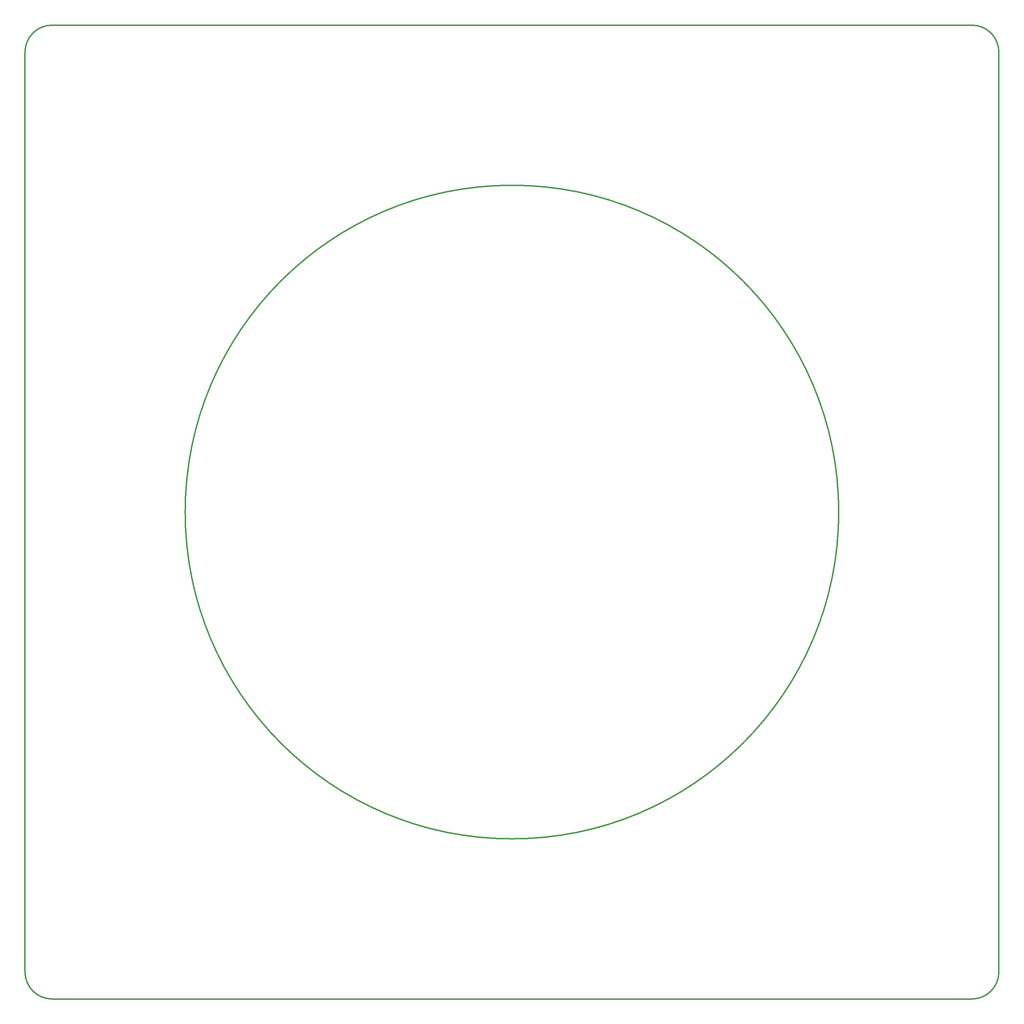
<source format=gm1>
%TF.GenerationSoftware,KiCad,Pcbnew,7.0.10-7.0.10~ubuntu22.04.1*%
%TF.CreationDate,2024-10-06T16:17:04-07:00*%
%TF.ProjectId,teensy_arena_12-12,7465656e-7379-45f6-9172-656e615f3132,rev?*%
%TF.SameCoordinates,Original*%
%TF.FileFunction,Profile,NP*%
%FSLAX46Y46*%
G04 Gerber Fmt 4.6, Leading zero omitted, Abs format (unit mm)*
G04 Created by KiCad (PCBNEW 7.0.10-7.0.10~ubuntu22.04.1) date 2024-10-06 16:17:04*
%MOMM*%
%LPD*%
G01*
G04 APERTURE LIST*
%TA.AperFunction,Profile*%
%ADD10C,0.300000*%
%TD*%
G04 APERTURE END LIST*
D10*
X63500000Y-69850000D02*
X63500000Y-285750000D01*
X285750000Y-292100000D02*
G75*
G03*
X292100000Y-285750000I0J6350000D01*
G01*
X69850000Y-292100000D02*
X285750000Y-292100000D01*
X292100000Y-69850000D02*
G75*
G03*
X285750000Y-63500000I-6350000J0D01*
G01*
X254508000Y-177800000D02*
G75*
G03*
X101092000Y-177800000I-76708000J0D01*
G01*
X101092000Y-177800000D02*
G75*
G03*
X254508000Y-177800000I76708000J0D01*
G01*
X63500000Y-285750000D02*
G75*
G03*
X69850000Y-292100000I6350000J0D01*
G01*
X285750000Y-63500000D02*
X69850000Y-63500000D01*
X69850000Y-63500000D02*
G75*
G03*
X63500000Y-69850000I0J-6350000D01*
G01*
X292100000Y-285750000D02*
X292100000Y-69850000D01*
M02*

</source>
